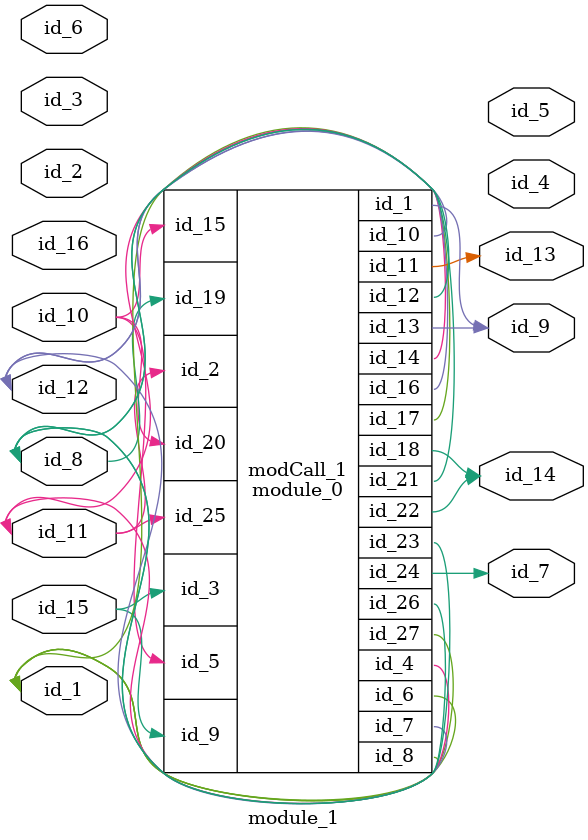
<source format=v>
module module_0 (
    id_1,
    id_2,
    id_3,
    id_4,
    id_5,
    id_6,
    id_7,
    id_8,
    id_9,
    id_10,
    id_11,
    id_12,
    id_13,
    id_14,
    id_15,
    id_16,
    id_17,
    id_18,
    id_19,
    id_20,
    id_21,
    id_22,
    id_23,
    id_24,
    id_25,
    id_26,
    id_27
);
  inout wire id_27;
  inout wire id_26;
  input wire id_25;
  output wire id_24;
  output wire id_23;
  output wire id_22;
  output wire id_21;
  input wire id_20;
  input wire id_19;
  output wire id_18;
  output wire id_17;
  inout wire id_16;
  input wire id_15;
  inout wire id_14;
  output wire id_13;
  output wire id_12;
  output wire id_11;
  output wire id_10;
  input wire id_9;
  inout wire id_8;
  inout wire id_7;
  inout wire id_6;
  input wire id_5;
  inout wire id_4;
  input wire id_3;
  input wire id_2;
  output wire id_1;
  wire id_28;
endmodule
module module_1 (
    id_1,
    id_2,
    id_3,
    id_4,
    id_5,
    id_6,
    id_7,
    id_8,
    id_9,
    id_10,
    id_11,
    id_12,
    id_13,
    id_14,
    id_15,
    id_16
);
  input wire id_16;
  input wire id_15;
  output wire id_14;
  output wire id_13;
  inout wire id_12;
  inout wire id_11;
  input wire id_10;
  output wire id_9;
  inout wire id_8;
  output wire id_7;
  module_0 modCall_1 (
      id_9,
      id_11,
      id_15,
      id_11,
      id_10,
      id_1,
      id_12,
      id_1,
      id_15,
      id_12,
      id_13,
      id_8,
      id_9,
      id_11,
      id_10,
      id_12,
      id_1,
      id_14,
      id_8,
      id_10,
      id_8,
      id_14,
      id_8,
      id_7,
      id_11,
      id_8,
      id_1
  );
  input wire id_6;
  output wire id_5;
  output wire id_4;
  input wire id_3;
  input wire id_2;
  inout wire id_1;
  wire id_17;
  tri  id_18 = id_18 - id_6;
endmodule

</source>
